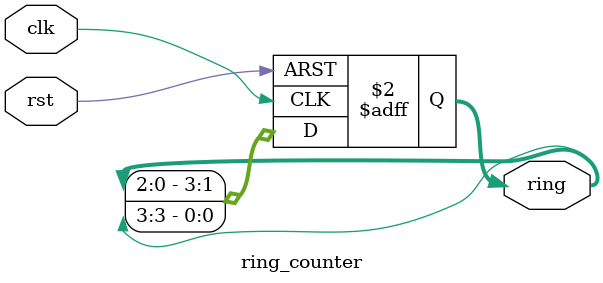
<source format=v>
`timescale 1ns/1ps
/******************************************************************************
 * (C) Copyright 2016 AGH UST All Rights Reserved
 *
 * MODULE:    ring_counter
 * DEVICE:    general
 * PROJECT:   stopwatch
 * ABSTRACT:  This is a simple ring counter with parameterized size and initial
 *            value. The content of the ring counter is shifted left on each
 *            clock cycle
 *
 * Module provided by lecturer
 *
 * HISTORY:
 * 1 Jan 2016, RS - initial version
 *
 *****************************************************************************/
module ring_counter
    # ( parameter
        SIZE     = 4, // number of bits in the ring counter
        INIT_VAL = 1  // initial value after reset
    )
    (
        input  wire                  clk, // posedge clk
        input  wire                  rst, // async reset active HIGH
        output reg  [ SIZE - 1 : 0 ] ring // ring counter with one bit = 0
    );

    always @(posedge clk or posedge rst)
        if(rst)
            ring <= #1 INIT_VAL;                                   // reset counter
        else
            ring <= #1 { ring[ SIZE - 2 : 0 ], ring[ SIZE - 1 ] }; // rotate counter

endmodule

</source>
